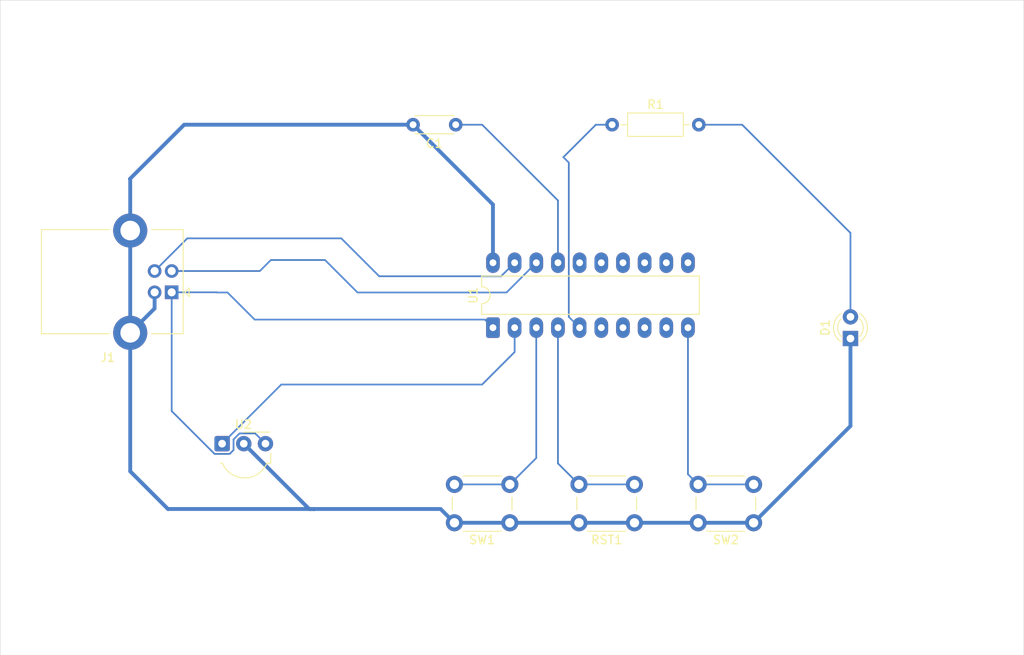
<source format=kicad_pcb>
(kicad_pcb (version 20241229) (generator "pcbnew") (generator_version "9.0")
  (title_block (title "NEC decoder") (date "2025-07-07") (rev "Ver1") (comment 1 "ioksing"))
  (layers (0 "F.Cu" signal) (2 "B.Cu" signal) (13 "F.Paste" user) (15 "B.Paste" user) (5 "F.SilkS" user "F.Silkscreen") (7 "B.SilkS" user "B.Silkscreen") (1 "F.Mask" user) (3 "B.Mask" user) (25 "Edge.Cuts" user))
  (net 0 "")
  (net 1 "Net-(U1-Vusb3v3)")
  (net 2 "GNDREF")
  (net 3 "Net-(D1-A)")
  (net 4 "+5V")
  (net 5 "Net-(J1-D+)")
  (net 6 "Net-(J1-D-)")
  (net 7 "Net-(U1-PWM1{slash}CWG1A{slash}T0CKI{slash}RC5)")
  (net 8 "Net-(U1-RA3{slash}T1G{slash}~{SS}{slash}~{MCLR}{slash}Vpp)")
  (net 9 "Net-(U1-RA4{slash}AN3{slash}SOSCO{slash}T1G{slash}OSC2{slash}CLKOUT{slash}CLKR)")
  (net 10 "Net-(U1-RB7{slash}TX{slash}CK)")
  (net 20 "Net-(U1-RA5{slash}SOSCI{slash}T1CKI{slash}OSC1{slash}CLKIN)")
  (footprint "OptoDevice:Vishay_MOLD-3Pin" (layer "F.Cu") (at 104.1175 73.9)
    (property "Reference" "U2" (at 2.5 -2.25 180) (layer "F.SilkS"))
    (property "Value" "TSOP4138")
    (fp_line (start 0.04 2.3) (end -0.18 2.3) (stroke (width 0.12)) (layer "F.SilkS"))
    (fp_line (start 5.62 -1.36) (end 2.54 -1.36) (stroke (width 0.12)) (layer "F.SilkS"))
    (fp_line (start 5.7 2.3) (end 5.24 2.3) (stroke (width 0.12)) (layer "F.SilkS"))
    (fp_line (start 5.7 2.3) (end 5.7 1.1) (stroke (width 0.12)) (layer "F.SilkS"))
    (fp_arc (start 5.24 2.3) (mid 2.64 4.023119) (end 0.04 2.3) (stroke (width 0.12)) (layer "F.SilkS"))
    (pad "1" thru_hole roundrect (at 0 0) (size 1.8 1.8) (drill 0.9) (layers "*.Cu" "*.Mask") (roundrect_rratio 0.138) (net 20 "Net-(U1-RA5{slash}SOSCI{slash}T1CKI{slash}OSC1{slash}CLKIN)"))
    (pad "2" thru_hole circle (at 2.54 0) (size 1.8 1.8) (drill 0.9) (layers "*.Cu" "*.Mask") (net 2 "GNDREF"))
    (pad "3" thru_hole circle (at 5.08 0) (size 1.8 1.8) (drill 0.9) (layers "*.Cu" "*.Mask") (net 4 "+5V"))
  )
  (footprint "Button_Switch_THT:SW_PUSH_6mm" (layer "F.Cu") (at 137.8475 83.18 180)
    (property "Reference" "SW1" (at 3.25 -2 0) (layer "F.SilkS"))
    (property "Value" "SW_Push")
    (fp_line (start 6.75 3) (end 6.75 1.5) (stroke (width 0.12)) (layer "F.SilkS"))
    (fp_line (start 5.5 -1) (end 1 -1) (stroke (width 0.12)) (layer "F.SilkS"))
    (fp_line (start 1 5.5) (end 5.5 5.5) (stroke (width 0.12)) (layer "F.SilkS"))
    (fp_line (start -0.25 1.5) (end -0.25 3) (stroke (width 0.12)) (layer "F.SilkS"))
    (pad "1" thru_hole circle (at 0 0 270) (size 2 2) (drill 1.1) (layers "*.Cu" "*.Mask") (net 2 "GNDREF"))
    (pad "1" thru_hole circle (at 6.5 0 270) (size 2 2) (drill 1.1) (layers "*.Cu" "*.Mask") (net 2 "GNDREF"))
    (pad "2" thru_hole circle (at 0 4.5 270) (size 2 2) (drill 1.1) (layers "*.Cu" "*.Mask") (net 9 "Net-(U1-RA4{slash}AN3{slash}SOSCO{slash}T1G{slash}OSC2{slash}CLKOUT{slash}CLKR)"))
    (pad "2" thru_hole circle (at 6.5 4.5 270) (size 2 2) (drill 1.1) (layers "*.Cu" "*.Mask") (net 9 "Net-(U1-RA4{slash}AN3{slash}SOSCO{slash}T1G{slash}OSC2{slash}CLKOUT{slash}CLKR)"))
  )
  (footprint "Connector_USB:USB_B_Lumberg_2411_02_Horizontal" (layer "F.Cu") (at 98.205 56.145 180)
    (property "Reference" "J1" (at 7.5 -7.65 0) (layer "F.SilkS"))
    (property "Value" "USB_B")
    (fp_line (start 15.27 7.36) (end 15.27 -4.86) (stroke (width 0.12)) (layer "F.SilkS"))
    (fp_line (start 15.27 7.36) (end 7.3 7.36) (stroke (width 0.12)) (layer "F.SilkS"))
    (fp_line (start 15.27 -4.86) (end 7.3 -4.86) (stroke (width 0.12)) (layer "F.SilkS"))
    (fp_line (start -1.35 7.36) (end 2.4 7.36) (stroke (width 0.12)) (layer "F.SilkS"))
    (fp_line (start -1.35 7.36) (end -1.35 -4.86) (stroke (width 0.12)) (layer "F.SilkS"))
    (fp_line (start -1.35 -4.86) (end 2.4 -4.86) (stroke (width 0.12)) (layer "F.SilkS"))
    (fp_line (start -1.55 0) (end -2.05 -0.5) (stroke (width 0.12)) (layer "F.SilkS"))
    (fp_line (start -2.05 0.5) (end -1.55 0) (stroke (width 0.12)) (layer "F.SilkS"))
    (fp_line (start -2.05 -0.5) (end -2.05 0.5) (stroke (width 0.12)) (layer "F.SilkS"))
    (pad "1" thru_hole rect (at 0 0 270) (size 1.6 1.6) (drill 0.95) (layers "*.Cu" "*.Mask") (net 4 "+5V"))
    (pad "2" thru_hole circle (at 0 2.5 270) (size 1.6 1.6) (drill 0.95) (layers "*.Cu" "*.Mask") (net 6 "Net-(J1-D-)"))
    (pad "3" thru_hole circle (at 2 2.5 270) (size 1.6 1.6) (drill 0.95) (layers "*.Cu" "*.Mask") (net 5 "Net-(J1-D+)"))
    (pad "4" thru_hole circle (at 2 0 270) (size 1.6 1.6) (drill 0.95) (layers "*.Cu" "*.Mask") (net 2 "GNDREF"))
    (pad "5" thru_hole circle (at 4.86 -4.75 270) (size 4 4) (drill 2.3) (layers "*.Cu" "*.Mask") (net 2 "GNDREF"))
    (pad "5" thru_hole circle (at 4.86 7.25 270) (size 4 4) (drill 2.3) (layers "*.Cu" "*.Mask") (net 2 "GNDREF"))
  )
  (footprint "Button_Switch_THT:SW_PUSH_6mm" (layer "F.Cu") (at 152.4525 83.18 180)
    (property "Reference" "RST1" (at 3.25 -2 0) (layer "F.SilkS"))
    (property "Value" "SW_Push")
    (fp_line (start 6.75 3) (end 6.75 1.5) (stroke (width 0.12)) (layer "F.SilkS"))
    (fp_line (start 5.5 -1) (end 1 -1) (stroke (width 0.12)) (layer "F.SilkS"))
    (fp_line (start 1 5.5) (end 5.5 5.5) (stroke (width 0.12)) (layer "F.SilkS"))
    (fp_line (start -0.25 1.5) (end -0.25 3) (stroke (width 0.12)) (layer "F.SilkS"))
    (pad "1" thru_hole circle (at 0 0 270) (size 2 2) (drill 1.1) (layers "*.Cu" "*.Mask") (net 2 "GNDREF"))
    (pad "1" thru_hole circle (at 6.5 0 270) (size 2 2) (drill 1.1) (layers "*.Cu" "*.Mask") (net 2 "GNDREF"))
    (pad "2" thru_hole circle (at 0 4.5 270) (size 2 2) (drill 1.1) (layers "*.Cu" "*.Mask") (net 8 "Net-(U1-RA3{slash}T1G{slash}~{SS}{slash}~{MCLR}{slash}Vpp)"))
    (pad "2" thru_hole circle (at 6.5 4.5 270) (size 2 2) (drill 1.1) (layers "*.Cu" "*.Mask") (net 8 "Net-(U1-RA3{slash}T1G{slash}~{SS}{slash}~{MCLR}{slash}Vpp)"))
  )
  (footprint "Resistor_THT:R_Axial_DIN0207_L6.3mm_D2.5mm_P10.16mm_Horizontal" (layer "F.Cu") (at 149.8375 36.48)
    (property "Reference" "R1" (at 5.08 -2.37 0) (layer "F.SilkS"))
    (property "Value" "1k")
    (fp_line (start 1.04 0) (end 1.81 0) (stroke (width 0.12)) (layer "F.SilkS"))
    (fp_line (start 9.12 0) (end 8.35 0) (stroke (width 0.12)) (layer "F.SilkS"))
    (fp_rect (start 1.81 -1.37) (end 8.35 1.37) (stroke (width 0.12)) (fill no) (layer "F.SilkS"))
    (pad "1" thru_hole circle (at 0 0) (size 1.6 1.6) (drill 0.8) (layers "*.Cu" "*.Mask") (net 7 "Net-(U1-PWM1{slash}CWG1A{slash}T0CKI{slash}RC5)"))
    (pad "2" thru_hole circle (at 10.16 0) (size 1.6 1.6) (drill 0.8) (layers "*.Cu" "*.Mask") (net 3 "Net-(D1-A)"))
  )
  (footprint "Capacitor_THT:C_Disc_D4.3mm_W1.9mm_P5.00mm" (layer "F.Cu") (at 131.5025 36.48 180)
    (property "Reference" "C1" (at 2.5 -2.2 0) (layer "F.SilkS"))
    (property "Value" "0.47uF")
    (fp_line (start 4.77 1.014) (end 4.77 1.07) (stroke (width 0.12)) (layer "F.SilkS"))
    (fp_line (start 0.23 1.07) (end 4.77 1.07) (stroke (width 0.12)) (layer "F.SilkS"))
    (fp_line (start 0.23 1.014) (end 0.23 1.07) (stroke (width 0.12)) (layer "F.SilkS"))
    (fp_line (start 0.23 -1.07) (end 4.77 -1.07) (stroke (width 0.12)) (layer "F.SilkS"))
    (pad "1" thru_hole circle (at 0 0 180) (size 1.6 1.6) (drill 0.8) (layers "*.Cu" "*.Mask") (net 1 "Net-(U1-Vusb3v3)"))
    (pad "2" thru_hole circle (at 5 0 180) (size 1.6 1.6) (drill 0.8) (layers "*.Cu" "*.Mask") (net 2 "GNDREF"))
  )
  (footprint "LED_THT:LED_D3.0mm" (layer "F.Cu") (at 177.7775 61.5625 90)
    (property "Reference" "D1" (at 1.27 -2.96 90) (layer "F.SilkS"))
    (property "Value" "LED_Filled")
    (fp_line (start -0.29 -1.236) (end -0.29 -1.08) (stroke (width 0.12)) (layer "F.SilkS"))
    (fp_line (start -0.29 1.08) (end -0.29 1.236) (stroke (width 0.12)) (layer "F.SilkS"))
    (fp_arc (start -0.29 -1.235516) (mid 1.36566 -1.987699) (end 2.941437 -1.08) (stroke (width 0.12)) (layer "F.SilkS"))
    (fp_arc (start 0.229039 -1.08) (mid 1.27 -1.5) (end 2.310961 -1.08) (stroke (width 0.12)) (layer "F.SilkS"))
    (fp_arc (start 2.941437 1.08) (mid 1.36566 1.987699) (end -0.29 1.235516) (stroke (width 0.12)) (layer "F.SilkS"))
    (fp_arc (start 2.310961 1.08) (mid 1.27 1.5) (end 0.229039 1.08) (stroke (width 0.12)) (layer "F.SilkS"))
    (pad "1" thru_hole rect (at 0 0 90) (size 1.8 1.8) (drill 0.9) (layers "*.Cu" "*.Mask") (net 2 "GNDREF"))
    (pad "2" thru_hole circle (at 2.54 0 90) (size 1.8 1.8) (drill 0.9) (layers "*.Cu" "*.Mask") (net 3 "Net-(D1-A)"))
  )
  (footprint "Button_Switch_THT:SW_PUSH_6mm" (layer "F.Cu") (at 166.4225 83.18 180)
    (property "Reference" "SW2" (at 3.25 -2 0) (layer "F.SilkS"))
    (property "Value" "SW_Push")
    (fp_line (start 6.75 3) (end 6.75 1.5) (stroke (width 0.12)) (layer "F.SilkS"))
    (fp_line (start 5.5 -1) (end 1 -1) (stroke (width 0.12)) (layer "F.SilkS"))
    (fp_line (start 1 5.5) (end 5.5 5.5) (stroke (width 0.12)) (layer "F.SilkS"))
    (fp_line (start -0.25 1.5) (end -0.25 3) (stroke (width 0.12)) (layer "F.SilkS"))
    (pad "1" thru_hole circle (at 0 0 270) (size 2 2) (drill 1.1) (layers "*.Cu" "*.Mask") (net 2 "GNDREF"))
    (pad "1" thru_hole circle (at 6.5 0 270) (size 2 2) (drill 1.1) (layers "*.Cu" "*.Mask") (net 2 "GNDREF"))
    (pad "2" thru_hole circle (at 0 4.5 270) (size 2 2) (drill 1.1) (layers "*.Cu" "*.Mask") (net 10 "Net-(U1-RB7{slash}TX{slash}CK)"))
    (pad "2" thru_hole circle (at 6.5 4.5 270) (size 2 2) (drill 1.1) (layers "*.Cu" "*.Mask") (net 10 "Net-(U1-RB7{slash}TX{slash}CK)"))
  )
  (footprint "Package_DIP:DIP-20_W7.62mm_LongPads" (layer "F.Cu") (at 135.8675 60.2925 90)
    (property "Reference" "U1" (at 3.81 -2.33 90) (layer "F.SilkS"))
    (property "Value" "PIC16F1459-IP")
    (fp_line (start 6.06 -1.33) (end 4.81 -1.33) (stroke (width 0.12)) (layer "F.SilkS"))
    (fp_line (start 2.81 -1.33) (end 1.56 -1.33) (stroke (width 0.12)) (layer "F.SilkS"))
    (fp_line (start 1.56 -1.33) (end 1.56 24.19) (stroke (width 0.12)) (layer "F.SilkS"))
    (fp_line (start 6.06 24.19) (end 6.06 -1.33) (stroke (width 0.12)) (layer "F.SilkS"))
    (fp_line (start 1.56 24.19) (end 6.06 24.19) (stroke (width 0.12)) (layer "F.SilkS"))
    (fp_arc (start 4.81 -1.33) (mid 3.81 -0.33) (end 2.81 -1.33) (stroke (width 0.12)) (layer "F.SilkS"))
    (pad "1" thru_hole roundrect (at 0 0 90) (size 2.4 1.6) (drill 0.8) (layers "*.Cu" "*.Mask") (roundrect_rratio 0.15625) (net 4 "+5V"))
    (pad "2" thru_hole oval (at 0 2.54 90) (size 2.4 1.6) (drill 0.8) (layers "*.Cu" "*.Mask") (net 20 "Net-(U1-RA5{slash}SOSCI{slash}T1CKI{slash}OSC1{slash}CLKIN)"))
    (pad "3" thru_hole oval (at 0 5.08 90) (size 2.4 1.6) (drill 0.8) (layers "*.Cu" "*.Mask") (net 9 "Net-(U1-RA4{slash}AN3{slash}SOSCO{slash}T1G{slash}OSC2{slash}CLKOUT{slash}CLKR)"))
    (pad "4" thru_hole oval (at 0 7.62 90) (size 2.4 1.6) (drill 0.8) (layers "*.Cu" "*.Mask") (net 8 "Net-(U1-RA3{slash}T1G{slash}~{SS}{slash}~{MCLR}{slash}Vpp)"))
    (pad "5" thru_hole oval (at 0 10.16 90) (size 2.4 1.6) (drill 0.8) (layers "*.Cu" "*.Mask") (net 7 "Net-(U1-PWM1{slash}CWG1A{slash}T0CKI{slash}RC5)"))
    (pad "6" thru_hole oval (at 0 12.7 90) (size 2.4 1.6) (drill 0.8) (layers "*.Cu" "*.Mask"))
    (pad "7" thru_hole oval (at 0 15.24 90) (size 2.4 1.6) (drill 0.8) (layers "*.Cu" "*.Mask"))
    (pad "8" thru_hole oval (at 0 17.78 90) (size 2.4 1.6) (drill 0.8) (layers "*.Cu" "*.Mask"))
    (pad "9" thru_hole oval (at 0 20.32 90) (size 2.4 1.6) (drill 0.8) (layers "*.Cu" "*.Mask"))
    (pad "10" thru_hole oval (at 0 22.86 90) (size 2.4 1.6) (drill 0.8) (layers "*.Cu" "*.Mask") (net 10 "Net-(U1-RB7{slash}TX{slash}CK)"))
    (pad "11" thru_hole oval (at 7.62 22.86 90) (size 2.4 1.6) (drill 0.8) (layers "*.Cu" "*.Mask"))
    (pad "12" thru_hole oval (at 7.62 20.32 90) (size 2.4 1.6) (drill 0.8) (layers "*.Cu" "*.Mask"))
    (pad "13" thru_hole oval (at 7.62 17.78 90) (size 2.4 1.6) (drill 0.8) (layers "*.Cu" "*.Mask"))
    (pad "14" thru_hole oval (at 7.62 15.24 90) (size 2.4 1.6) (drill 0.8) (layers "*.Cu" "*.Mask"))
    (pad "15" thru_hole oval (at 7.62 12.7 90) (size 2.4 1.6) (drill 0.8) (layers "*.Cu" "*.Mask"))
    (pad "16" thru_hole oval (at 7.62 10.16 90) (size 2.4 1.6) (drill 0.8) (layers "*.Cu" "*.Mask"))
    (pad "17" thru_hole oval (at 7.62 7.62 90) (size 2.4 1.6) (drill 0.8) (layers "*.Cu" "*.Mask") (net 1 "Net-(U1-Vusb3v3)"))
    (pad "18" thru_hole oval (at 7.62 5.08 90) (size 2.4 1.6) (drill 0.8) (layers "*.Cu" "*.Mask") (net 6 "Net-(J1-D-)"))
    (pad "19" thru_hole oval (at 7.62 2.54 90) (size 2.4 1.6) (drill 0.8) (layers "*.Cu" "*.Mask") (net 5 "Net-(J1-D+)"))
    (pad "20" thru_hole oval (at 7.62 0 90) (size 2.4 1.6) (drill 0.8) (layers "*.Cu" "*.Mask") (net 2 "GNDREF"))
  )
  (gr_rect (start 78.105 21.875) (end 198.0975 98.71) (stroke (width 0.05)) (fill no) (layer "Edge.Cuts"))
  (segment (start 134.5975 36.48) (end 143.4875 45.37) (width 0.2) (layer "B.Cu") (net 1))
  (segment (start 143.4875 45.37) (end 143.4875 52.6725) (width 0.2) (layer "B.Cu") (net 1))
  (segment (start 131.5025 36.48) (end 134.5975 36.48) (width 0.2) (layer "B.Cu") (net 1))
  (segment (start 97.7675 81.565) (end 114.9125 81.565) (width 0.45) (layer "B.Cu") (net 2))
  (segment (start 177.7775 71.825) (end 177.7775 61.5625) (width 0.45) (layer "B.Cu") (net 2))
  (segment (start 106.6575 73.9) (end 114.3225 81.565) (width 0.45) (layer "B.Cu") (net 2))
  (segment (start 145.9525 83.18) (end 152.4525 83.18) (width 0.45) (layer "B.Cu") (net 2))
  (segment (start 137.8475 83.18) (end 145.9525 83.18) (width 0.45) (layer "B.Cu") (net 2))
  (segment (start 93.345 77.1425) (end 97.7675 81.565) (width 0.45) (layer "B.Cu") (net 2))
  (segment (start 96.205 58.035) (end 93.345 60.895) (width 0.45) (layer "B.Cu") (net 2))
  (segment (start 135.8675 45.845) (end 126.5025 36.48) (width 0.45) (layer "B.Cu") (net 2))
  (segment (start 131.3475 83.18) (end 137.8475 83.18) (width 0.45) (layer "B.Cu") (net 2))
  (segment (start 166.4225 83.18) (end 177.7775 71.825) (width 0.45) (layer "B.Cu") (net 2))
  (segment (start 93.345 60.895) (end 93.345 77.1425) (width 0.45) (layer "B.Cu") (net 2))
  (segment (start 93.345 48.895) (end 93.345 60.895) (width 0.45) (layer "B.Cu") (net 2))
  (segment (start 93.3225 42.83) (end 93.345 42.8525) (width 0.45) (layer "B.Cu") (net 2))
  (segment (start 99.6725 36.48) (end 93.3225 42.83) (width 0.45) (layer "B.Cu") (net 2))
  (segment (start 129.7325 81.565) (end 114.9125 81.565) (width 0.45) (layer "B.Cu") (net 2))
  (segment (start 135.8675 52.6725) (end 135.8675 45.845) (width 0.45) (layer "B.Cu") (net 2))
  (segment (start 96.205 56.145) (end 96.205 58.035) (width 0.45) (layer "B.Cu") (net 2))
  (segment (start 114.3225 81.565) (end 114.9125 81.565) (width 0.45) (layer "B.Cu") (net 2))
  (segment (start 131.3475 83.18) (end 129.7325 81.565) (width 0.45) (layer "B.Cu") (net 2))
  (segment (start 159.9225 83.18) (end 166.4225 83.18) (width 0.45) (layer "B.Cu") (net 2))
  (segment (start 126.5025 36.48) (end 99.6725 36.48) (width 0.45) (layer "B.Cu") (net 2))
  (segment (start 93.345 42.8525) (end 93.345 48.895) (width 0.45) (layer "B.Cu") (net 2))
  (segment (start 152.4525 83.18) (end 159.9225 83.18) (width 0.45) (layer "B.Cu") (net 2))
  (segment (start 177.7775 59.0225) (end 177.7775 49.18) (width 0.2) (layer "B.Cu") (net 3))
  (segment (start 165.0775 36.48) (end 159.9975 36.48) (width 0.2) (layer "B.Cu") (net 3))
  (segment (start 177.7775 49.18) (end 165.0775 36.48) (width 0.2) (layer "B.Cu") (net 3))
  (segment (start 107.9965 72.699) (end 109.1975 73.9) (width 0.2) (layer "B.Cu") (net 4))
  (segment (start 105.00355 75.101) (end 105.4565 74.64805) (width 0.2) (layer "B.Cu") (net 4))
  (segment (start 103.23145 75.101) (end 105.00355 75.101) (width 0.2) (layer "B.Cu") (net 4))
  (segment (start 106.160029 72.699) (end 107.9965 72.699) (width 0.2) (layer "B.Cu") (net 4))
  (segment (start 103.4825 56.165) (end 103.4625 56.145) (width 0.2) (layer "B.Cu") (net 4))
  (segment (start 105.4565 74.64805) (end 105.4565 73.402529) (width 0.2) (layer "B.Cu") (net 4))
  (segment (start 104.7525 56.165) (end 103.4825 56.165) (width 0.2) (layer "B.Cu") (net 4))
  (segment (start 98.205 56.145) (end 98.205 70.07455) (width 0.2) (layer "B.Cu") (net 4))
  (segment (start 105.4565 73.402529) (end 106.160029 72.699) (width 0.2) (layer "B.Cu") (net 4))
  (segment (start 103.4625 56.145) (end 98.205 56.145) (width 0.2) (layer "B.Cu") (net 4))
  (segment (start 135.8675 60.2925) (end 134.915 59.34) (width 0.2) (layer "B.Cu") (net 4))
  (segment (start 134.915 59.34) (end 107.9275 59.34) (width 0.2) (layer "B.Cu") (net 4))
  (segment (start 107.9275 59.34) (end 104.7525 56.165) (width 0.2) (layer "B.Cu") (net 4))
  (segment (start 98.205 70.07455) (end 103.23145 75.101) (width 0.2) (layer "B.Cu") (net 4))
  (segment (start 118.0875 49.815) (end 100.035 49.815) (width 0.2) (layer "B.Cu") (net 5))
  (segment (start 122.5325 54.26) (end 118.0875 49.815) (width 0.2) (layer "B.Cu") (net 5))
  (segment (start 136.82 54.26) (end 122.5325 54.26) (width 0.2) (layer "B.Cu") (net 5))
  (segment (start 138.4075 52.6725) (end 136.82 54.26) (width 0.2) (layer "B.Cu") (net 5))
  (segment (start 100.035 49.815) (end 96.205 53.645) (width 0.2) (layer "B.Cu") (net 5))
  (segment (start 140.9475 52.6725) (end 137.455 56.165) (width 0.2) (layer "B.Cu") (net 6))
  (segment (start 109.8325 52.355) (end 108.5425 53.645) (width 0.2) (layer "B.Cu") (net 6))
  (segment (start 116.1825 52.355) (end 109.8325 52.355) (width 0.2) (layer "B.Cu") (net 6))
  (segment (start 119.9925 56.165) (end 116.1825 52.355) (width 0.2) (layer "B.Cu") (net 6))
  (segment (start 137.455 56.165) (end 119.9925 56.165) (width 0.2) (layer "B.Cu") (net 6))
  (segment (start 108.5425 53.645) (end 98.205 53.645) (width 0.2) (layer "B.Cu") (net 6))
  (segment (start 144.7575 59.0225) (end 144.7575 40.925) (width 0.2) (layer "B.Cu") (net 7))
  (segment (start 146.0275 60.2925) (end 144.7575 59.0225) (width 0.2) (layer "B.Cu") (net 7))
  (segment (start 144.1225 40.29) (end 147.9325 36.48) (width 0.2) (layer "B.Cu") (net 7))
  (segment (start 144.7575 40.925) (end 144.1225 40.29) (width 0.2) (layer "B.Cu") (net 7))
  (segment (start 147.9325 36.48) (end 149.8375 36.48) (width 0.2) (layer "B.Cu") (net 7))
  (segment (start 143.4875 76.215) (end 143.4875 60.2925) (width 0.2) (layer "B.Cu") (net 8))
  (segment (start 145.9525 78.68) (end 143.4875 76.215) (width 0.2) (layer "B.Cu") (net 8))
  (segment (start 145.9525 78.68) (end 152.4525 78.68) (width 0.2) (layer "B.Cu") (net 8))
  (segment (start 137.8475 78.68) (end 140.9475 75.58) (width 0.2) (layer "B.Cu") (net 9))
  (segment (start 140.9475 75.58) (end 140.9475 60.2925) (width 0.2) (layer "B.Cu") (net 9))
  (segment (start 131.3475 78.68) (end 137.8475 78.68) (width 0.2) (layer "B.Cu") (net 9))
  (segment (start 158.7275 77.485) (end 158.7275 60.2925) (width 0.2) (layer "B.Cu") (net 10))
  (segment (start 159.9225 78.68) (end 166.4225 78.68) (width 0.2) (layer "B.Cu") (net 10))
  (segment (start 159.9225 78.68) (end 158.7275 77.485) (width 0.2) (layer "B.Cu") (net 10))
  (segment (start 104.1175 73.9) (end 111.0575 66.96) (width 0.2) (layer "B.Cu") (net 20))
  (segment (start 138.4075 63.15) (end 138.4075 60.2925) (width 0.2) (layer "B.Cu") (net 20))
  (segment (start 134.5975 66.96) (end 138.4075 63.15) (width 0.2) (layer "B.Cu") (net 20))
  (segment (start 111.0575 66.96) (end 134.5975 66.96) (width 0.2) (layer "B.Cu") (net 20))
)
</source>
